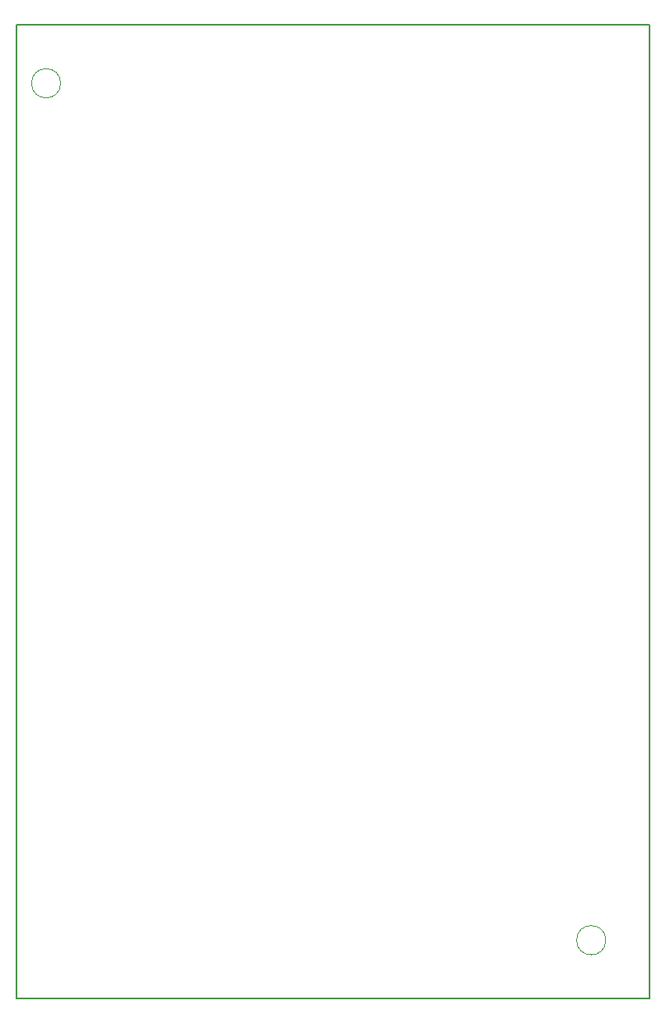
<source format=gm1>
%TF.GenerationSoftware,KiCad,Pcbnew,9.0.6*%
%TF.CreationDate,2026-01-05T15:37:48+01:00*%
%TF.ProjectId,STR500_v1.1,53545235-3030-45f7-9631-2e312e6b6963,rev?*%
%TF.SameCoordinates,Original*%
%TF.FileFunction,Profile,NP*%
%FSLAX46Y46*%
G04 Gerber Fmt 4.6, Leading zero omitted, Abs format (unit mm)*
G04 Created by KiCad (PCBNEW 9.0.6) date 2026-01-05 15:37:48*
%MOMM*%
%LPD*%
G01*
G04 APERTURE LIST*
%TA.AperFunction,Profile*%
%ADD10C,0.050000*%
%TD*%
%TA.AperFunction,Profile*%
%ADD11C,0.200000*%
%TD*%
G04 APERTURE END LIST*
D10*
X106500000Y-44000000D02*
G75*
G02*
X103500000Y-44000000I-1500000J0D01*
G01*
X103500000Y-44000000D02*
G75*
G02*
X106500000Y-44000000I1500000J0D01*
G01*
X162500000Y-132000000D02*
G75*
G02*
X159500000Y-132000000I-1500000J0D01*
G01*
X159500000Y-132000000D02*
G75*
G02*
X162500000Y-132000000I1500000J0D01*
G01*
D11*
X167000000Y-38000000D02*
X102000000Y-38000000D01*
X167000000Y-138000000D02*
X167000000Y-38000000D01*
X102000000Y-38000000D02*
X102000000Y-138000000D01*
X167000000Y-138000000D02*
X102000000Y-138000000D01*
M02*

</source>
